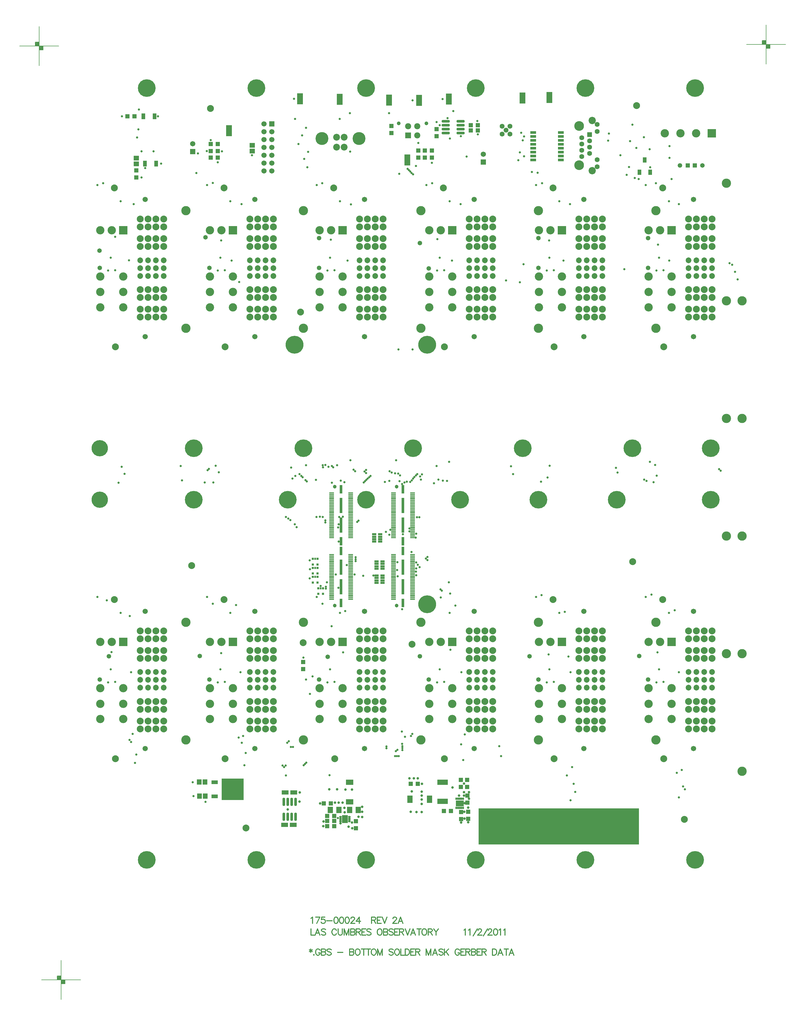
<source format=gbs>
%FSLAX23Y23*%
%MOIN*%
G70*
G01*
G75*
G04 Layer_Color=16711935*
%ADD10R,0.035X0.037*%
%ADD11R,0.035X0.037*%
%ADD12O,0.079X0.024*%
%ADD13R,0.036X0.028*%
%ADD14R,0.036X0.036*%
%ADD15R,0.050X0.050*%
%ADD16O,0.028X0.098*%
%ADD17R,0.126X0.071*%
%ADD18R,0.050X0.050*%
%ADD19C,0.010*%
%ADD20C,0.050*%
%ADD21C,0.008*%
%ADD22C,0.005*%
%ADD23C,0.012*%
%ADD24C,0.006*%
%ADD25C,0.012*%
%ADD26C,0.012*%
%ADD27C,0.079*%
%ADD28C,0.157*%
%ADD29C,0.020*%
%ADD30C,0.039*%
%ADD31C,0.220*%
%ADD32C,0.085*%
%ADD33C,0.055*%
%ADD34C,0.116*%
%ADD35R,0.055X0.055*%
%ADD36R,0.098X0.098*%
%ADD37C,0.098*%
%ADD38C,0.059*%
%ADD39C,0.080*%
%ADD40C,0.065*%
%ADD41C,0.055*%
%ADD42R,0.098X0.098*%
%ADD43R,0.059X0.059*%
%ADD44R,0.070X0.070*%
%ADD45C,0.070*%
%ADD46C,0.040*%
%ADD47C,0.110*%
%ADD48C,0.217*%
%ADD49C,0.200*%
%ADD50C,0.026*%
%ADD51C,0.050*%
%ADD52C,0.024*%
%ADD53C,0.025*%
%ADD54C,0.040*%
%ADD55C,0.076*%
%ADD56C,0.131*%
%ADD57C,0.080*%
%ADD58C,0.206*%
%ADD59C,0.102*%
%ADD60C,0.075*%
%ADD61C,0.168*%
%ADD62C,0.091*%
%ADD63C,0.138*%
%ADD64C,0.092*%
G04:AMPARAMS|DCode=65|XSize=100mil|YSize=100mil|CornerRadius=0mil|HoleSize=0mil|Usage=FLASHONLY|Rotation=0.000|XOffset=0mil|YOffset=0mil|HoleType=Round|Shape=Relief|Width=10mil|Gap=10mil|Entries=4|*
%AMTHD65*
7,0,0,0.100,0.080,0.010,45*
%
%ADD65THD65*%
%ADD66C,0.073*%
%ADD67C,0.099*%
%ADD68C,0.075*%
%ADD69C,0.168*%
%ADD70C,0.053*%
%ADD71C,0.068*%
G04:AMPARAMS|DCode=72|XSize=70mil|YSize=70mil|CornerRadius=0mil|HoleSize=0mil|Usage=FLASHONLY|Rotation=0.000|XOffset=0mil|YOffset=0mil|HoleType=Round|Shape=Relief|Width=10mil|Gap=10mil|Entries=4|*
%AMTHD72*
7,0,0,0.070,0.050,0.010,45*
%
%ADD72THD72*%
G04:AMPARAMS|DCode=73|XSize=111.181mil|YSize=111.181mil|CornerRadius=0mil|HoleSize=0mil|Usage=FLASHONLY|Rotation=0.000|XOffset=0mil|YOffset=0mil|HoleType=Round|Shape=Relief|Width=30mil|Gap=10mil|Entries=4|*
%AMTHD73*
7,0,0,0.111,0.091,0.030,45*
%
%ADD73THD73*%
G04:AMPARAMS|DCode=74|XSize=112mil|YSize=112mil|CornerRadius=0mil|HoleSize=0mil|Usage=FLASHONLY|Rotation=0.000|XOffset=0mil|YOffset=0mil|HoleType=Round|Shape=Relief|Width=30mil|Gap=10mil|Entries=4|*
%AMTHD74*
7,0,0,0.112,0.092,0.030,45*
%
%ADD74THD74*%
G04:AMPARAMS|DCode=75|XSize=119.055mil|YSize=119.055mil|CornerRadius=0mil|HoleSize=0mil|Usage=FLASHONLY|Rotation=0.000|XOffset=0mil|YOffset=0mil|HoleType=Round|Shape=Relief|Width=30mil|Gap=10mil|Entries=4|*
%AMTHD75*
7,0,0,0.119,0.099,0.030,45*
%
%ADD75THD75*%
G04:AMPARAMS|DCode=76|XSize=100mil|YSize=100mil|CornerRadius=0mil|HoleSize=0mil|Usage=FLASHONLY|Rotation=0.000|XOffset=0mil|YOffset=0mil|HoleType=Round|Shape=Relief|Width=30mil|Gap=10mil|Entries=4|*
%AMTHD76*
7,0,0,0.100,0.080,0.030,45*
%
%ADD76THD76*%
G04:AMPARAMS|DCode=77|XSize=130mil|YSize=130mil|CornerRadius=0mil|HoleSize=0mil|Usage=FLASHONLY|Rotation=0.000|XOffset=0mil|YOffset=0mil|HoleType=Round|Shape=Relief|Width=30mil|Gap=10mil|Entries=4|*
%AMTHD77*
7,0,0,0.130,0.110,0.030,45*
%
%ADD77THD77*%
G04:AMPARAMS|DCode=78|XSize=88mil|YSize=88mil|CornerRadius=0mil|HoleSize=0mil|Usage=FLASHONLY|Rotation=0.000|XOffset=0mil|YOffset=0mil|HoleType=Round|Shape=Relief|Width=30mil|Gap=10mil|Entries=4|*
%AMTHD78*
7,0,0,0.088,0.068,0.030,45*
%
%ADD78THD78*%
G04:AMPARAMS|DCode=79|XSize=70mil|YSize=70mil|CornerRadius=0mil|HoleSize=0mil|Usage=FLASHONLY|Rotation=0.000|XOffset=0mil|YOffset=0mil|HoleType=Round|Shape=Relief|Width=30mil|Gap=10mil|Entries=4|*
%AMTHD79*
7,0,0,0.070,0.050,0.030,45*
%
%ADD79THD79*%
G04:AMPARAMS|DCode=80|XSize=96.221mil|YSize=96.221mil|CornerRadius=0mil|HoleSize=0mil|Usage=FLASHONLY|Rotation=0.000|XOffset=0mil|YOffset=0mil|HoleType=Round|Shape=Relief|Width=10mil|Gap=10mil|Entries=4|*
%AMTHD80*
7,0,0,0.096,0.076,0.010,45*
%
%ADD80THD80*%
G04:AMPARAMS|DCode=81|XSize=150.551mil|YSize=150.551mil|CornerRadius=0mil|HoleSize=0mil|Usage=FLASHONLY|Rotation=0.000|XOffset=0mil|YOffset=0mil|HoleType=Round|Shape=Relief|Width=10mil|Gap=10mil|Entries=4|*
%AMTHD81*
7,0,0,0.151,0.131,0.010,45*
%
%ADD81THD81*%
G04:AMPARAMS|DCode=82|XSize=122mil|YSize=122mil|CornerRadius=0mil|HoleSize=0mil|Usage=FLASHONLY|Rotation=0.000|XOffset=0mil|YOffset=0mil|HoleType=Round|Shape=Relief|Width=10mil|Gap=10mil|Entries=4|*
%AMTHD82*
7,0,0,0.122,0.102,0.010,45*
%
%ADD82THD82*%
G04:AMPARAMS|DCode=83|XSize=95mil|YSize=95mil|CornerRadius=0mil|HoleSize=0mil|Usage=FLASHONLY|Rotation=0.000|XOffset=0mil|YOffset=0mil|HoleType=Round|Shape=Relief|Width=10mil|Gap=10mil|Entries=4|*
%AMTHD83*
7,0,0,0.095,0.075,0.010,45*
%
%ADD83THD83*%
G04:AMPARAMS|DCode=84|XSize=112mil|YSize=112mil|CornerRadius=0mil|HoleSize=0mil|Usage=FLASHONLY|Rotation=0.000|XOffset=0mil|YOffset=0mil|HoleType=Round|Shape=Relief|Width=10mil|Gap=10mil|Entries=4|*
%AMTHD84*
7,0,0,0.112,0.092,0.010,45*
%
%ADD84THD84*%
G04:AMPARAMS|DCode=85|XSize=93.465mil|YSize=93.465mil|CornerRadius=0mil|HoleSize=0mil|Usage=FLASHONLY|Rotation=0.000|XOffset=0mil|YOffset=0mil|HoleType=Round|Shape=Relief|Width=10mil|Gap=10mil|Entries=4|*
%AMTHD85*
7,0,0,0.093,0.073,0.010,45*
%
%ADD85THD85*%
G04:AMPARAMS|DCode=86|XSize=95.433mil|YSize=95.433mil|CornerRadius=0mil|HoleSize=0mil|Usage=FLASHONLY|Rotation=0.000|XOffset=0mil|YOffset=0mil|HoleType=Round|Shape=Relief|Width=10mil|Gap=10mil|Entries=4|*
%AMTHD86*
7,0,0,0.095,0.075,0.010,45*
%
%ADD86THD86*%
G04:AMPARAMS|DCode=87|XSize=72.992mil|YSize=72.992mil|CornerRadius=0mil|HoleSize=0mil|Usage=FLASHONLY|Rotation=0.000|XOffset=0mil|YOffset=0mil|HoleType=Round|Shape=Relief|Width=10mil|Gap=10mil|Entries=4|*
%AMTHD87*
7,0,0,0.073,0.053,0.010,45*
%
%ADD87THD87*%
G04:AMPARAMS|DCode=88|XSize=88mil|YSize=88mil|CornerRadius=0mil|HoleSize=0mil|Usage=FLASHONLY|Rotation=0.000|XOffset=0mil|YOffset=0mil|HoleType=Round|Shape=Relief|Width=10mil|Gap=10mil|Entries=4|*
%AMTHD88*
7,0,0,0.088,0.068,0.010,45*
%
%ADD88THD88*%
%ADD89R,0.272X0.268*%
%ADD90R,0.075X0.037*%
%ADD91R,0.025X0.100*%
%ADD92R,0.057X0.012*%
%ADD93R,0.025X0.185*%
%ADD94R,0.020X0.020*%
%ADD95R,0.016X0.020*%
%ADD96R,0.070X0.135*%
%ADD97R,0.078X0.048*%
%ADD98R,0.063X0.075*%
%ADD99R,0.045X0.017*%
%ADD100R,0.059X0.087*%
%ADD101R,0.126X0.060*%
%ADD102O,0.027X0.010*%
%ADD103R,0.065X0.094*%
%ADD104O,0.010X0.024*%
%ADD105R,0.094X0.065*%
%ADD106R,0.039X0.059*%
%ADD107R,0.040X0.067*%
%ADD108R,0.059X0.051*%
%ADD109R,0.070X0.025*%
%ADD110O,0.098X0.028*%
%ADD111R,0.051X0.059*%
%ADD112R,0.087X0.059*%
%ADD113C,0.020*%
%ADD114C,0.030*%
%ADD115C,0.010*%
%ADD116C,0.010*%
%ADD117C,0.008*%
%ADD118C,0.007*%
%ADD119R,0.384X0.322*%
%ADD120R,0.043X0.045*%
%ADD121R,0.043X0.045*%
%ADD122O,0.087X0.032*%
%ADD123R,0.044X0.036*%
%ADD124R,0.044X0.044*%
%ADD125R,0.058X0.058*%
%ADD126O,0.036X0.106*%
%ADD127R,0.134X0.079*%
%ADD128R,0.058X0.058*%
%ADD129C,0.087*%
%ADD130C,0.165*%
%ADD131C,0.028*%
%ADD132C,0.047*%
%ADD133C,0.228*%
%ADD134C,0.093*%
%ADD135C,0.063*%
%ADD136C,0.124*%
%ADD137R,0.063X0.063*%
%ADD138R,0.106X0.106*%
%ADD139C,0.106*%
%ADD140C,0.067*%
%ADD141C,0.088*%
%ADD142C,0.073*%
%ADD143C,0.063*%
%ADD144R,0.106X0.106*%
%ADD145R,0.067X0.067*%
%ADD146R,0.078X0.078*%
%ADD147C,0.078*%
%ADD148C,0.048*%
%ADD149C,0.118*%
%ADD150C,0.225*%
%ADD151C,0.208*%
%ADD152C,0.058*%
%ADD153C,0.032*%
%ADD154R,2.051X0.460*%
%ADD155R,0.280X0.276*%
%ADD156R,0.083X0.045*%
%ADD157R,0.033X0.108*%
%ADD158R,0.061X0.016*%
%ADD159R,0.033X0.193*%
%ADD160R,0.028X0.028*%
%ADD161R,0.024X0.028*%
%ADD162R,0.078X0.143*%
%ADD163R,0.086X0.056*%
%ADD164R,0.071X0.083*%
%ADD165R,0.053X0.025*%
%ADD166R,0.067X0.095*%
%ADD167R,0.134X0.068*%
%ADD168O,0.035X0.018*%
%ADD169R,0.073X0.102*%
%ADD170O,0.018X0.032*%
%ADD171R,0.102X0.073*%
%ADD172R,0.047X0.067*%
%ADD173R,0.048X0.075*%
%ADD174R,0.067X0.059*%
%ADD175R,0.078X0.033*%
%ADD176O,0.106X0.036*%
%ADD177R,0.059X0.067*%
%ADD178R,0.095X0.067*%
%ADD179C,0.034*%
D21*
X28695Y16570D02*
X29195D01*
X28945Y16320D02*
Y16820D01*
X28995Y16520D02*
Y16570D01*
X28945Y16520D02*
X28995D01*
X28895Y16570D02*
Y16620D01*
X28945D01*
X28900Y16575D02*
X28940D01*
X28900D02*
Y16615D01*
X28940D01*
Y16575D02*
Y16615D01*
X28905Y16580D02*
X28935D01*
X28905D02*
Y16610D01*
X28935D01*
Y16585D02*
Y16610D01*
X28910Y16585D02*
X28930D01*
X28910D02*
Y16605D01*
X28930D01*
Y16590D02*
Y16605D01*
X28915Y16590D02*
X28925D01*
X28915D02*
Y16600D01*
X28925D01*
Y16590D02*
Y16600D01*
X28915Y16595D02*
X28925D01*
X28950Y16525D02*
X28990D01*
X28950D02*
Y16565D01*
X28990D01*
Y16525D02*
Y16565D01*
X28955Y16530D02*
X28985D01*
X28955D02*
Y16560D01*
X28985D01*
Y16535D02*
Y16560D01*
X28960Y16535D02*
X28980D01*
X28960D02*
Y16555D01*
X28980D01*
Y16540D02*
Y16555D01*
X28965Y16540D02*
X28975D01*
X28965D02*
Y16550D01*
X28975D01*
Y16540D02*
Y16550D01*
X28965Y16545D02*
X28975D01*
X28415Y28480D02*
X28915D01*
X28665Y28230D02*
Y28730D01*
X28715Y28430D02*
Y28480D01*
X28665Y28430D02*
X28715D01*
X28615Y28480D02*
Y28530D01*
X28665D01*
X28620Y28485D02*
X28660D01*
X28620D02*
Y28525D01*
X28660D01*
Y28485D02*
Y28525D01*
X28625Y28490D02*
X28655D01*
X28625D02*
Y28520D01*
X28655D01*
Y28495D02*
Y28520D01*
X28630Y28495D02*
X28650D01*
X28630D02*
Y28515D01*
X28650D01*
Y28500D02*
Y28515D01*
X28635Y28500D02*
X28645D01*
X28635D02*
Y28510D01*
X28645D01*
Y28500D02*
Y28510D01*
X28635Y28505D02*
X28645D01*
X28670Y28435D02*
X28710D01*
X28670D02*
Y28475D01*
X28710D01*
Y28435D02*
Y28475D01*
X28675Y28440D02*
X28705D01*
X28675D02*
Y28470D01*
X28705D01*
Y28445D02*
Y28470D01*
X28680Y28445D02*
X28700D01*
X28680D02*
Y28465D01*
X28700D01*
Y28450D02*
Y28465D01*
X28685Y28450D02*
X28695D01*
X28685D02*
Y28460D01*
X28695D01*
Y28450D02*
Y28460D01*
X28685Y28455D02*
X28695D01*
X37695Y28500D02*
X38195D01*
X37945Y28250D02*
Y28750D01*
X37995Y28450D02*
Y28500D01*
X37945Y28450D02*
X37995D01*
X37895Y28500D02*
Y28550D01*
X37945D01*
X37900Y28505D02*
X37940D01*
X37900D02*
Y28545D01*
X37940D01*
Y28505D02*
Y28545D01*
X37905Y28510D02*
X37935D01*
X37905D02*
Y28540D01*
X37935D01*
Y28515D02*
Y28540D01*
X37910Y28515D02*
X37930D01*
X37910D02*
Y28535D01*
X37930D01*
Y28520D02*
Y28535D01*
X37915Y28520D02*
X37925D01*
X37915D02*
Y28530D01*
X37925D01*
Y28520D02*
Y28530D01*
X37915Y28525D02*
X37925D01*
X37950Y28455D02*
X37990D01*
X37950D02*
Y28495D01*
X37990D01*
Y28455D02*
Y28495D01*
X37955Y28460D02*
X37985D01*
X37955D02*
Y28490D01*
X37985D01*
Y28465D02*
Y28490D01*
X37960Y28465D02*
X37980D01*
X37960D02*
Y28485D01*
X37980D01*
Y28470D02*
Y28485D01*
X37965Y28470D02*
X37975D01*
X37965D02*
Y28480D01*
X37975D01*
Y28470D02*
Y28480D01*
X37965Y28475D02*
X37975D01*
D23*
X32136Y17353D02*
X32144Y17357D01*
X32155Y17369D01*
Y17289D01*
X32248Y17369D02*
X32210Y17289D01*
X32195Y17369D02*
X32248D01*
X32312D02*
X32274D01*
X32270Y17334D01*
X32274Y17338D01*
X32285Y17342D01*
X32296D01*
X32308Y17338D01*
X32315Y17330D01*
X32319Y17319D01*
Y17311D01*
X32315Y17300D01*
X32308Y17292D01*
X32296Y17289D01*
X32285D01*
X32274Y17292D01*
X32270Y17296D01*
X32266Y17304D01*
X32337Y17323D02*
X32406D01*
X32452Y17369D02*
X32441Y17365D01*
X32433Y17353D01*
X32429Y17334D01*
Y17323D01*
X32433Y17304D01*
X32441Y17292D01*
X32452Y17289D01*
X32460D01*
X32471Y17292D01*
X32479Y17304D01*
X32483Y17323D01*
Y17334D01*
X32479Y17353D01*
X32471Y17365D01*
X32460Y17369D01*
X32452D01*
X32523D02*
X32512Y17365D01*
X32504Y17353D01*
X32501Y17334D01*
Y17323D01*
X32504Y17304D01*
X32512Y17292D01*
X32523Y17289D01*
X32531D01*
X32542Y17292D01*
X32550Y17304D01*
X32554Y17323D01*
Y17334D01*
X32550Y17353D01*
X32542Y17365D01*
X32531Y17369D01*
X32523D01*
X32595D02*
X32583Y17365D01*
X32576Y17353D01*
X32572Y17334D01*
Y17323D01*
X32576Y17304D01*
X32583Y17292D01*
X32595Y17289D01*
X32602D01*
X32614Y17292D01*
X32621Y17304D01*
X32625Y17323D01*
Y17334D01*
X32621Y17353D01*
X32614Y17365D01*
X32602Y17369D01*
X32595D01*
X32647Y17350D02*
Y17353D01*
X32651Y17361D01*
X32654Y17365D01*
X32662Y17369D01*
X32677D01*
X32685Y17365D01*
X32689Y17361D01*
X32692Y17353D01*
Y17346D01*
X32689Y17338D01*
X32681Y17327D01*
X32643Y17289D01*
X32696D01*
X32752Y17369D02*
X32714Y17315D01*
X32771D01*
X32752Y17369D02*
Y17289D01*
X32911Y17369D02*
Y17289D01*
Y17369D02*
X32945D01*
X32957Y17365D01*
X32961Y17361D01*
X32964Y17353D01*
Y17346D01*
X32961Y17338D01*
X32957Y17334D01*
X32945Y17330D01*
X32911D01*
X32938D02*
X32964Y17289D01*
X33032Y17369D02*
X32982D01*
Y17289D01*
X33032D01*
X32982Y17330D02*
X33013D01*
X33045Y17369D02*
X33076Y17289D01*
X33106Y17369D02*
X33076Y17289D01*
X33183Y17350D02*
Y17353D01*
X33187Y17361D01*
X33191Y17365D01*
X33198Y17369D01*
X33214D01*
X33221Y17365D01*
X33225Y17361D01*
X33229Y17353D01*
Y17346D01*
X33225Y17338D01*
X33217Y17327D01*
X33179Y17289D01*
X33233D01*
X33311D02*
X33281Y17369D01*
X33250Y17289D01*
X33262Y17315D02*
X33300D01*
D25*
X32134Y16963D02*
Y16917D01*
X32115Y16952D02*
X32153Y16929D01*
Y16952D02*
X32115Y16929D01*
X32173Y16891D02*
X32169Y16887D01*
X32173Y16883D01*
X32177Y16887D01*
X32173Y16891D01*
X32252Y16944D02*
X32248Y16952D01*
X32240Y16959D01*
X32233Y16963D01*
X32217D01*
X32210Y16959D01*
X32202Y16952D01*
X32198Y16944D01*
X32195Y16933D01*
Y16913D01*
X32198Y16902D01*
X32202Y16894D01*
X32210Y16887D01*
X32217Y16883D01*
X32233D01*
X32240Y16887D01*
X32248Y16894D01*
X32252Y16902D01*
Y16913D01*
X32233D02*
X32252D01*
X32270Y16963D02*
Y16883D01*
Y16963D02*
X32304D01*
X32316Y16959D01*
X32320Y16955D01*
X32323Y16948D01*
Y16940D01*
X32320Y16933D01*
X32316Y16929D01*
X32304Y16925D01*
X32270D02*
X32304D01*
X32316Y16921D01*
X32320Y16917D01*
X32323Y16910D01*
Y16898D01*
X32320Y16891D01*
X32316Y16887D01*
X32304Y16883D01*
X32270D01*
X32395Y16952D02*
X32387Y16959D01*
X32376Y16963D01*
X32360D01*
X32349Y16959D01*
X32341Y16952D01*
Y16944D01*
X32345Y16936D01*
X32349Y16933D01*
X32356Y16929D01*
X32379Y16921D01*
X32387Y16917D01*
X32391Y16913D01*
X32395Y16906D01*
Y16894D01*
X32387Y16887D01*
X32376Y16883D01*
X32360D01*
X32349Y16887D01*
X32341Y16894D01*
X32475Y16917D02*
X32544D01*
X32630Y16963D02*
Y16883D01*
Y16963D02*
X32665D01*
X32676Y16959D01*
X32680Y16955D01*
X32684Y16948D01*
Y16940D01*
X32680Y16933D01*
X32676Y16929D01*
X32665Y16925D01*
X32630D02*
X32665D01*
X32676Y16921D01*
X32680Y16917D01*
X32684Y16910D01*
Y16898D01*
X32680Y16891D01*
X32676Y16887D01*
X32665Y16883D01*
X32630D01*
X32724Y16963D02*
X32717Y16959D01*
X32709Y16952D01*
X32705Y16944D01*
X32702Y16933D01*
Y16913D01*
X32705Y16902D01*
X32709Y16894D01*
X32717Y16887D01*
X32724Y16883D01*
X32740D01*
X32747Y16887D01*
X32755Y16894D01*
X32759Y16902D01*
X32762Y16913D01*
Y16933D01*
X32759Y16944D01*
X32755Y16952D01*
X32747Y16959D01*
X32740Y16963D01*
X32724D01*
X32808D02*
Y16883D01*
X32781Y16963D02*
X32834D01*
X32871D02*
Y16883D01*
X32844Y16963D02*
X32897D01*
X32930D02*
X32922Y16959D01*
X32914Y16952D01*
X32911Y16944D01*
X32907Y16933D01*
Y16913D01*
X32911Y16902D01*
X32914Y16894D01*
X32922Y16887D01*
X32930Y16883D01*
X32945D01*
X32953Y16887D01*
X32960Y16894D01*
X32964Y16902D01*
X32968Y16913D01*
Y16933D01*
X32964Y16944D01*
X32960Y16952D01*
X32953Y16959D01*
X32945Y16963D01*
X32930D01*
X32986D02*
Y16883D01*
Y16963D02*
X33017Y16883D01*
X33047Y16963D02*
X33017Y16883D01*
X33047Y16963D02*
Y16883D01*
X33186Y16952D02*
X33179Y16959D01*
X33167Y16963D01*
X33152D01*
X33141Y16959D01*
X33133Y16952D01*
Y16944D01*
X33137Y16936D01*
X33141Y16933D01*
X33148Y16929D01*
X33171Y16921D01*
X33179Y16917D01*
X33183Y16913D01*
X33186Y16906D01*
Y16894D01*
X33179Y16887D01*
X33167Y16883D01*
X33152D01*
X33141Y16887D01*
X33133Y16894D01*
X33227Y16963D02*
X33220Y16959D01*
X33212Y16952D01*
X33208Y16944D01*
X33204Y16933D01*
Y16913D01*
X33208Y16902D01*
X33212Y16894D01*
X33220Y16887D01*
X33227Y16883D01*
X33242D01*
X33250Y16887D01*
X33258Y16894D01*
X33261Y16902D01*
X33265Y16913D01*
Y16933D01*
X33261Y16944D01*
X33258Y16952D01*
X33250Y16959D01*
X33242Y16963D01*
X33227D01*
X33284D02*
Y16883D01*
X33330D01*
X33338Y16963D02*
Y16883D01*
Y16963D02*
X33365D01*
X33376Y16959D01*
X33384Y16952D01*
X33388Y16944D01*
X33392Y16933D01*
Y16913D01*
X33388Y16902D01*
X33384Y16894D01*
X33376Y16887D01*
X33365Y16883D01*
X33338D01*
X33459Y16963D02*
X33410D01*
Y16883D01*
X33459D01*
X33410Y16925D02*
X33440D01*
X33472Y16963D02*
Y16883D01*
Y16963D02*
X33507D01*
X33518Y16959D01*
X33522Y16955D01*
X33526Y16948D01*
Y16940D01*
X33522Y16933D01*
X33518Y16929D01*
X33507Y16925D01*
X33472D01*
X33499D02*
X33526Y16883D01*
X33606Y16963D02*
Y16883D01*
Y16963D02*
X33637Y16883D01*
X33667Y16963D02*
X33637Y16883D01*
X33667Y16963D02*
Y16883D01*
X33751D02*
X33721Y16963D01*
X33690Y16883D01*
X33702Y16910D02*
X33740D01*
X33823Y16952D02*
X33816Y16959D01*
X33804Y16963D01*
X33789D01*
X33778Y16959D01*
X33770Y16952D01*
Y16944D01*
X33774Y16936D01*
X33778Y16933D01*
X33785Y16929D01*
X33808Y16921D01*
X33816Y16917D01*
X33819Y16913D01*
X33823Y16906D01*
Y16894D01*
X33816Y16887D01*
X33804Y16883D01*
X33789D01*
X33778Y16887D01*
X33770Y16894D01*
X33841Y16963D02*
Y16883D01*
X33894Y16963D02*
X33841Y16910D01*
X33860Y16929D02*
X33894Y16883D01*
X34032Y16944D02*
X34028Y16952D01*
X34021Y16959D01*
X34013Y16963D01*
X33998D01*
X33990Y16959D01*
X33983Y16952D01*
X33979Y16944D01*
X33975Y16933D01*
Y16913D01*
X33979Y16902D01*
X33983Y16894D01*
X33990Y16887D01*
X33998Y16883D01*
X34013D01*
X34021Y16887D01*
X34028Y16894D01*
X34032Y16902D01*
Y16913D01*
X34013D02*
X34032D01*
X34100Y16963D02*
X34051D01*
Y16883D01*
X34100D01*
X34051Y16925D02*
X34081D01*
X34113Y16963D02*
Y16883D01*
Y16963D02*
X34148D01*
X34159Y16959D01*
X34163Y16955D01*
X34167Y16948D01*
Y16940D01*
X34163Y16933D01*
X34159Y16929D01*
X34148Y16925D01*
X34113D01*
X34140D02*
X34167Y16883D01*
X34185Y16963D02*
Y16883D01*
Y16963D02*
X34219D01*
X34230Y16959D01*
X34234Y16955D01*
X34238Y16948D01*
Y16940D01*
X34234Y16933D01*
X34230Y16929D01*
X34219Y16925D01*
X34185D02*
X34219D01*
X34230Y16921D01*
X34234Y16917D01*
X34238Y16910D01*
Y16898D01*
X34234Y16891D01*
X34230Y16887D01*
X34219Y16883D01*
X34185D01*
X34305Y16963D02*
X34256D01*
Y16883D01*
X34305D01*
X34256Y16925D02*
X34286D01*
X34319Y16963D02*
Y16883D01*
Y16963D02*
X34353D01*
X34364Y16959D01*
X34368Y16955D01*
X34372Y16948D01*
Y16940D01*
X34368Y16933D01*
X34364Y16929D01*
X34353Y16925D01*
X34319D01*
X34345D02*
X34372Y16883D01*
X34453Y16963D02*
Y16883D01*
Y16963D02*
X34479D01*
X34491Y16959D01*
X34498Y16952D01*
X34502Y16944D01*
X34506Y16933D01*
Y16913D01*
X34502Y16902D01*
X34498Y16894D01*
X34491Y16887D01*
X34479Y16883D01*
X34453D01*
X34585D02*
X34554Y16963D01*
X34524Y16883D01*
X34535Y16910D02*
X34574D01*
X34630Y16963D02*
Y16883D01*
X34604Y16963D02*
X34657D01*
X34727Y16883D02*
X34697Y16963D01*
X34666Y16883D01*
X34678Y16910D02*
X34716D01*
D26*
X32136Y17219D02*
Y17139D01*
X32182D01*
X32251D02*
X32221Y17219D01*
X32190Y17139D01*
X32202Y17165D02*
X32240D01*
X32323Y17207D02*
X32316Y17215D01*
X32304Y17219D01*
X32289D01*
X32278Y17215D01*
X32270Y17207D01*
Y17200D01*
X32274Y17192D01*
X32278Y17188D01*
X32285Y17184D01*
X32308Y17177D01*
X32316Y17173D01*
X32320Y17169D01*
X32323Y17161D01*
Y17150D01*
X32316Y17142D01*
X32304Y17139D01*
X32289D01*
X32278Y17142D01*
X32270Y17150D01*
X32461Y17200D02*
X32457Y17207D01*
X32450Y17215D01*
X32442Y17219D01*
X32427D01*
X32419Y17215D01*
X32412Y17207D01*
X32408Y17200D01*
X32404Y17188D01*
Y17169D01*
X32408Y17158D01*
X32412Y17150D01*
X32419Y17142D01*
X32427Y17139D01*
X32442D01*
X32450Y17142D01*
X32457Y17150D01*
X32461Y17158D01*
X32484Y17219D02*
Y17161D01*
X32488Y17150D01*
X32495Y17142D01*
X32507Y17139D01*
X32514D01*
X32526Y17142D01*
X32533Y17150D01*
X32537Y17161D01*
Y17219D01*
X32559D02*
Y17139D01*
Y17219D02*
X32590Y17139D01*
X32620Y17219D02*
X32590Y17139D01*
X32620Y17219D02*
Y17139D01*
X32643Y17219D02*
Y17139D01*
Y17219D02*
X32677D01*
X32689Y17215D01*
X32692Y17211D01*
X32696Y17203D01*
Y17196D01*
X32692Y17188D01*
X32689Y17184D01*
X32677Y17180D01*
X32643D02*
X32677D01*
X32689Y17177D01*
X32692Y17173D01*
X32696Y17165D01*
Y17154D01*
X32692Y17146D01*
X32689Y17142D01*
X32677Y17139D01*
X32643D01*
X32714Y17219D02*
Y17139D01*
Y17219D02*
X32748D01*
X32760Y17215D01*
X32764Y17211D01*
X32768Y17203D01*
Y17196D01*
X32764Y17188D01*
X32760Y17184D01*
X32748Y17180D01*
X32714D01*
X32741D02*
X32768Y17139D01*
X32835Y17219D02*
X32785D01*
Y17139D01*
X32835D01*
X32785Y17180D02*
X32816D01*
X32902Y17207D02*
X32894Y17215D01*
X32883Y17219D01*
X32867D01*
X32856Y17215D01*
X32848Y17207D01*
Y17200D01*
X32852Y17192D01*
X32856Y17188D01*
X32863Y17184D01*
X32886Y17177D01*
X32894Y17173D01*
X32898Y17169D01*
X32902Y17161D01*
Y17150D01*
X32894Y17142D01*
X32883Y17139D01*
X32867D01*
X32856Y17142D01*
X32848Y17150D01*
X33005Y17219D02*
X32998Y17215D01*
X32990Y17207D01*
X32986Y17200D01*
X32982Y17188D01*
Y17169D01*
X32986Y17158D01*
X32990Y17150D01*
X32998Y17142D01*
X33005Y17139D01*
X33020D01*
X33028Y17142D01*
X33036Y17150D01*
X33039Y17158D01*
X33043Y17169D01*
Y17188D01*
X33039Y17200D01*
X33036Y17207D01*
X33028Y17215D01*
X33020Y17219D01*
X33005D01*
X33062D02*
Y17139D01*
Y17219D02*
X33096D01*
X33108Y17215D01*
X33111Y17211D01*
X33115Y17203D01*
Y17196D01*
X33111Y17188D01*
X33108Y17184D01*
X33096Y17180D01*
X33062D02*
X33096D01*
X33108Y17177D01*
X33111Y17173D01*
X33115Y17165D01*
Y17154D01*
X33111Y17146D01*
X33108Y17142D01*
X33096Y17139D01*
X33062D01*
X33186Y17207D02*
X33179Y17215D01*
X33167Y17219D01*
X33152D01*
X33141Y17215D01*
X33133Y17207D01*
Y17200D01*
X33137Y17192D01*
X33141Y17188D01*
X33148Y17184D01*
X33171Y17177D01*
X33179Y17173D01*
X33183Y17169D01*
X33186Y17161D01*
Y17150D01*
X33179Y17142D01*
X33167Y17139D01*
X33152D01*
X33141Y17142D01*
X33133Y17150D01*
X33254Y17219D02*
X33204D01*
Y17139D01*
X33254D01*
X33204Y17180D02*
X33235D01*
X33267Y17219D02*
Y17139D01*
Y17219D02*
X33301D01*
X33313Y17215D01*
X33317Y17211D01*
X33321Y17203D01*
Y17196D01*
X33317Y17188D01*
X33313Y17184D01*
X33301Y17180D01*
X33267D01*
X33294D02*
X33321Y17139D01*
X33338Y17219D02*
X33369Y17139D01*
X33399Y17219D02*
X33369Y17139D01*
X33471D02*
X33440Y17219D01*
X33410Y17139D01*
X33421Y17165D02*
X33459D01*
X33516Y17219D02*
Y17139D01*
X33489Y17219D02*
X33543D01*
X33575D02*
X33567Y17215D01*
X33560Y17207D01*
X33556Y17200D01*
X33552Y17188D01*
Y17169D01*
X33556Y17158D01*
X33560Y17150D01*
X33567Y17142D01*
X33575Y17139D01*
X33590D01*
X33598Y17142D01*
X33605Y17150D01*
X33609Y17158D01*
X33613Y17169D01*
Y17188D01*
X33609Y17200D01*
X33605Y17207D01*
X33598Y17215D01*
X33590Y17219D01*
X33575D01*
X33632D02*
Y17139D01*
Y17219D02*
X33666D01*
X33677Y17215D01*
X33681Y17211D01*
X33685Y17203D01*
Y17196D01*
X33681Y17188D01*
X33677Y17184D01*
X33666Y17180D01*
X33632D01*
X33658D02*
X33685Y17139D01*
X33703Y17219D02*
X33733Y17180D01*
Y17139D01*
X33764Y17219D02*
X33733Y17180D01*
X34088Y17203D02*
X34096Y17207D01*
X34107Y17219D01*
Y17139D01*
X34147Y17203D02*
X34155Y17207D01*
X34166Y17219D01*
Y17139D01*
X34206Y17127D02*
X34259Y17219D01*
X34268Y17200D02*
Y17203D01*
X34272Y17211D01*
X34276Y17215D01*
X34283Y17219D01*
X34299D01*
X34306Y17215D01*
X34310Y17211D01*
X34314Y17203D01*
Y17196D01*
X34310Y17188D01*
X34302Y17177D01*
X34264Y17139D01*
X34318D01*
X34336Y17127D02*
X34389Y17219D01*
X34398Y17200D02*
Y17203D01*
X34402Y17211D01*
X34406Y17215D01*
X34413Y17219D01*
X34428D01*
X34436Y17215D01*
X34440Y17211D01*
X34444Y17203D01*
Y17196D01*
X34440Y17188D01*
X34432Y17177D01*
X34394Y17139D01*
X34448D01*
X34488Y17219D02*
X34477Y17215D01*
X34469Y17203D01*
X34465Y17184D01*
Y17173D01*
X34469Y17154D01*
X34477Y17142D01*
X34488Y17139D01*
X34496D01*
X34507Y17142D01*
X34515Y17154D01*
X34519Y17173D01*
Y17184D01*
X34515Y17203D01*
X34507Y17215D01*
X34496Y17219D01*
X34488D01*
X34537Y17203D02*
X34544Y17207D01*
X34556Y17219D01*
Y17139D01*
X34595Y17203D02*
X34603Y17207D01*
X34614Y17219D01*
Y17139D01*
D125*
X33164Y27458D02*
D03*
Y27368D02*
D03*
X33738Y27420D02*
D03*
Y27330D02*
D03*
X33590Y27144D02*
D03*
Y27054D02*
D03*
X33680D02*
D03*
Y27144D02*
D03*
X33505Y27054D02*
D03*
Y27144D02*
D03*
X32708Y18501D02*
D03*
Y18591D02*
D03*
X34134Y18828D02*
D03*
Y18918D02*
D03*
X34144Y18623D02*
D03*
Y18713D02*
D03*
X34054Y18708D02*
D03*
Y18618D02*
D03*
X34129Y19118D02*
D03*
Y19028D02*
D03*
X34049Y19118D02*
D03*
Y19028D02*
D03*
X29907Y26893D02*
D03*
Y26803D02*
D03*
X32037Y20533D02*
D03*
Y20623D02*
D03*
D126*
X31790Y18840D02*
D03*
X31840D02*
D03*
X31890D02*
D03*
X31940D02*
D03*
X31790Y18647D02*
D03*
X31840D02*
D03*
X31890D02*
D03*
X31940D02*
D03*
D128*
X34176Y27403D02*
D03*
X34266D02*
D03*
X34267Y27468D02*
D03*
X34177D02*
D03*
X30856Y27140D02*
D03*
X30946D02*
D03*
Y27055D02*
D03*
X30856D02*
D03*
X30946Y27230D02*
D03*
X30856D02*
D03*
X32344Y18594D02*
D03*
X32434D02*
D03*
X32299Y18819D02*
D03*
X32389D02*
D03*
X32434Y18659D02*
D03*
X32344D02*
D03*
X32434Y18529D02*
D03*
X32344D02*
D03*
X33499Y19068D02*
D03*
X33409D02*
D03*
X33834Y18723D02*
D03*
X33924D02*
D03*
X29883Y27582D02*
D03*
X29793D02*
D03*
X37037Y26956D02*
D03*
X36947D02*
D03*
D129*
X32561Y27190D02*
D03*
X32463D02*
D03*
Y27316D02*
D03*
X32561D02*
D03*
D130*
X32275Y27297D02*
D03*
X32749D02*
D03*
D131*
X31216Y18921D02*
D03*
Y18980D02*
D03*
Y19039D02*
D03*
Y19098D02*
D03*
X31157Y19079D02*
D03*
Y19020D02*
D03*
Y18961D02*
D03*
Y18902D02*
D03*
X31098Y18921D02*
D03*
Y18980D02*
D03*
Y19039D02*
D03*
Y19098D02*
D03*
X31039Y19079D02*
D03*
Y19020D02*
D03*
Y18961D02*
D03*
Y18902D02*
D03*
X30990Y20735D02*
D03*
X32545Y20745D02*
D03*
X33915Y20780D02*
D03*
X35170Y20720D02*
D03*
X36560Y20745D02*
D03*
X36565Y25945D02*
D03*
X35175Y26000D02*
D03*
X33750Y26015D02*
D03*
X32390Y26010D02*
D03*
X30990Y26000D02*
D03*
X29635Y26045D02*
D03*
X29590Y20747D02*
D03*
X32038Y20679D02*
D03*
X29974Y27136D02*
D03*
X30125D02*
D03*
X29932Y27414D02*
D03*
X29940Y27668D02*
D03*
X29915Y27313D02*
D03*
X30019Y26922D02*
D03*
X30807Y27139D02*
D03*
X30857Y27280D02*
D03*
X30999Y27136D02*
D03*
X30693Y27108D02*
D03*
X30945Y26995D02*
D03*
X33506Y27243D02*
D03*
X33139Y23054D02*
D03*
X33210Y23028D02*
D03*
X33167Y23038D02*
D03*
X37366Y23063D02*
D03*
X31990Y23018D02*
D03*
X36051Y23037D02*
D03*
X32014Y22994D02*
D03*
X34716Y23019D02*
D03*
X32031Y22977D02*
D03*
X32840Y23072D02*
D03*
X32820Y23052D02*
D03*
X32840Y23032D02*
D03*
X32205Y22472D02*
D03*
X32248Y22474D02*
D03*
X32287Y22471D02*
D03*
X32542Y22476D02*
D03*
X33519Y22468D02*
D03*
X35073Y22921D02*
D03*
X33707Y22903D02*
D03*
X33404Y22920D02*
D03*
X33423Y22940D02*
D03*
X33439Y22961D02*
D03*
X33455Y22982D02*
D03*
X33475Y23001D02*
D03*
X33494Y23018D02*
D03*
X33328Y22911D02*
D03*
X33081Y22920D02*
D03*
X32402Y22907D02*
D03*
X31936Y22994D02*
D03*
X30778Y22913D02*
D03*
X32470Y23131D02*
D03*
X32288Y23106D02*
D03*
X32285Y23133D02*
D03*
X32318Y23134D02*
D03*
X32072Y23132D02*
D03*
X30919Y23125D02*
D03*
X29718Y23113D02*
D03*
X33137Y22931D02*
D03*
X33361Y22922D02*
D03*
X33873Y22933D02*
D03*
X33821Y22936D02*
D03*
X33094Y22282D02*
D03*
X33133Y27623D02*
D03*
X32633D02*
D03*
X32502Y27547D02*
D03*
X31933D02*
D03*
X34803Y25465D02*
D03*
X34850Y25695D02*
D03*
X31919Y27806D02*
D03*
X33815Y27801D02*
D03*
X33433Y27784D02*
D03*
X34627Y25488D02*
D03*
X37582Y25503D02*
D03*
X37549Y25597D02*
D03*
X37513Y25689D02*
D03*
X37479Y25709D02*
D03*
X31220Y25470D02*
D03*
X32122Y20216D02*
D03*
X32157Y20439D02*
D03*
X32073Y20399D02*
D03*
X32400Y21079D02*
D03*
X36807Y19210D02*
D03*
X36834Y18895D02*
D03*
Y20492D02*
D03*
X36868Y19245D02*
D03*
X36885Y19036D02*
D03*
X36908Y18999D02*
D03*
X35404Y19175D02*
D03*
X35423Y20691D02*
D03*
X35448Y18858D02*
D03*
X35451Y20491D02*
D03*
X35468Y19281D02*
D03*
X35489Y19069D02*
D03*
X35509Y18966D02*
D03*
X34054Y19572D02*
D03*
X34080Y19372D02*
D03*
X34056Y20492D02*
D03*
X34099Y19697D02*
D03*
X34564Y19422D02*
D03*
X34538Y19548D02*
D03*
X33296Y19735D02*
D03*
X33336Y19668D02*
D03*
X33301Y19579D02*
D03*
X33302Y19548D02*
D03*
Y19524D02*
D03*
Y19500D02*
D03*
X33208Y19421D02*
D03*
X31874Y22433D02*
D03*
X31814Y19302D02*
D03*
X31817Y22473D02*
D03*
X31774Y19302D02*
D03*
X32042Y19304D02*
D03*
X32059Y19321D02*
D03*
X32076Y19338D02*
D03*
X33256Y19421D02*
D03*
X33232D02*
D03*
X31212Y19657D02*
D03*
X31252Y19592D02*
D03*
X31235Y20491D02*
D03*
X31271Y19680D02*
D03*
X31287Y19304D02*
D03*
X31304Y19462D02*
D03*
X29821Y19629D02*
D03*
X29841Y19602D02*
D03*
X29840Y20492D02*
D03*
X29861Y19705D02*
D03*
X29888Y19334D02*
D03*
X29905Y19442D02*
D03*
X33101Y19545D02*
D03*
Y19521D02*
D03*
X31907Y19539D02*
D03*
X31879D02*
D03*
X32483Y22340D02*
D03*
X31952Y22341D02*
D03*
X31852Y19611D02*
D03*
X31928Y22379D02*
D03*
X32489D02*
D03*
X31832Y19591D02*
D03*
X31846Y22452D02*
D03*
X31794Y19282D02*
D03*
X32373Y19178D02*
D03*
X33221Y19484D02*
D03*
X33238Y19501D02*
D03*
X33414Y19680D02*
D03*
X33429Y19705D02*
D03*
X33498Y21861D02*
D03*
X32593Y21860D02*
D03*
X32452Y21737D02*
D03*
X32694Y21740D02*
D03*
X32934Y21725D02*
D03*
X32802Y21721D02*
D03*
X29678Y22907D02*
D03*
X29813Y25744D02*
D03*
X29757Y23023D02*
D03*
X30474Y23123D02*
D03*
X30491Y22939D02*
D03*
X32082Y22926D02*
D03*
X32895Y22996D02*
D03*
X30888Y22912D02*
D03*
X31122Y25741D02*
D03*
X30961Y23042D02*
D03*
X31882Y23103D02*
D03*
X31898Y22962D02*
D03*
X32065Y22943D02*
D03*
X32878Y22979D02*
D03*
X32200Y22946D02*
D03*
X32602Y25743D02*
D03*
X32515Y22934D02*
D03*
X33250Y23024D02*
D03*
X33274Y23002D02*
D03*
X32861Y22962D02*
D03*
X33739Y23123D02*
D03*
X33937Y25742D02*
D03*
X33763Y22950D02*
D03*
X34689Y23118D02*
D03*
X32844Y22945D02*
D03*
X35155Y22974D02*
D03*
X35183Y23124D02*
D03*
X32404Y23123D02*
D03*
X33528Y22988D02*
D03*
X35359Y25743D02*
D03*
X36028Y23099D02*
D03*
X32827Y22928D02*
D03*
X36508Y22914D02*
D03*
X36530Y23135D02*
D03*
X36549Y23000D02*
D03*
X36709Y25742D02*
D03*
X37345Y23081D02*
D03*
X32359Y23111D02*
D03*
X32421Y23106D02*
D03*
X32810Y22911D02*
D03*
X33540Y22950D02*
D03*
X33552Y23014D02*
D03*
X29723Y27582D02*
D03*
X29972Y26803D02*
D03*
X33680Y26989D02*
D03*
X31815Y19176D02*
D03*
X32118Y21688D02*
D03*
X32123Y21805D02*
D03*
X32119Y21920D02*
D03*
X32260Y21591D02*
D03*
X32481Y18631D02*
D03*
X35180Y25779D02*
D03*
X35145Y25614D02*
D03*
X35235Y25619D02*
D03*
X35010Y26704D02*
D03*
X35305Y26499D02*
D03*
X29580Y25779D02*
D03*
X29545Y25614D02*
D03*
X29635Y25619D02*
D03*
X29410Y26704D02*
D03*
X29705Y26499D02*
D03*
X30980Y25779D02*
D03*
X30945Y25614D02*
D03*
X31035Y25619D02*
D03*
X30810Y26704D02*
D03*
X31105Y26499D02*
D03*
X32380Y25779D02*
D03*
X32345Y25614D02*
D03*
X32435Y25619D02*
D03*
X32210Y26704D02*
D03*
X32505Y26499D02*
D03*
X33780Y25779D02*
D03*
X33745Y25614D02*
D03*
X33835Y25619D02*
D03*
X33610Y26704D02*
D03*
X33905Y26499D02*
D03*
X36580Y25779D02*
D03*
X36545Y25614D02*
D03*
X36635Y25619D02*
D03*
X36410Y26704D02*
D03*
X36705Y26499D02*
D03*
X29580Y20528D02*
D03*
X29545Y20363D02*
D03*
X29635Y20368D02*
D03*
X29410Y21453D02*
D03*
X29705Y21248D02*
D03*
X30980Y20528D02*
D03*
X30945Y20363D02*
D03*
X31035Y20368D02*
D03*
X30810Y21453D02*
D03*
X31105Y21248D02*
D03*
X32380Y20528D02*
D03*
X32345Y20363D02*
D03*
X32435Y20368D02*
D03*
X32210Y21453D02*
D03*
X32505Y21248D02*
D03*
X33780Y20528D02*
D03*
X33745Y20363D02*
D03*
X33835Y20368D02*
D03*
X33905Y21248D02*
D03*
X35180Y20528D02*
D03*
X35145Y20363D02*
D03*
X35235Y20368D02*
D03*
X35010Y21453D02*
D03*
X35305Y21248D02*
D03*
X36580Y20528D02*
D03*
X36545Y20363D02*
D03*
X36635Y20368D02*
D03*
X36410Y21453D02*
D03*
X36705Y21248D02*
D03*
X33794Y21445D02*
D03*
X32706Y21909D02*
D03*
X33404Y26877D02*
D03*
X33622Y21922D02*
D03*
X33387Y26894D02*
D03*
X33370Y26911D02*
D03*
X32706Y21933D02*
D03*
X33421Y26860D02*
D03*
X33602Y21942D02*
D03*
X32706Y21957D02*
D03*
X33438Y26843D02*
D03*
X33622Y21962D02*
D03*
X34820Y27372D02*
D03*
X34857Y27324D02*
D03*
X34838Y27274D02*
D03*
X34803Y27122D02*
D03*
X34856Y27072D02*
D03*
X34784Y27023D02*
D03*
X32088Y26933D02*
D03*
X32050Y27040D02*
D03*
X32101Y27129D02*
D03*
X31975Y27229D02*
D03*
X32024Y27339D02*
D03*
X32074Y27435D02*
D03*
X31383Y27085D02*
D03*
X33479Y21727D02*
D03*
X33477Y21774D02*
D03*
X33479Y21815D02*
D03*
X33523Y21832D02*
D03*
X33479Y21892D02*
D03*
X33419Y22024D02*
D03*
X33300Y21294D02*
D03*
X33236Y21795D02*
D03*
X33238Y21894D02*
D03*
X33136Y22246D02*
D03*
X33149Y22309D02*
D03*
X33311Y22253D02*
D03*
X33473Y22208D02*
D03*
X33481Y22258D02*
D03*
X33392Y22287D02*
D03*
Y22326D02*
D03*
X33488Y22470D02*
D03*
X32487Y21568D02*
D03*
X30674Y26857D02*
D03*
X33263Y26850D02*
D03*
X30817Y23068D02*
D03*
X32320Y22427D02*
D03*
X32699Y23054D02*
D03*
X32743Y22426D02*
D03*
X32320Y22403D02*
D03*
X30834Y23085D02*
D03*
X32726Y22409D02*
D03*
X32680Y23074D02*
D03*
X32326Y21557D02*
D03*
Y21581D02*
D03*
X33789Y21548D02*
D03*
X33806Y21531D02*
D03*
X36421Y22931D02*
D03*
X36390Y22947D02*
D03*
X36196Y26935D02*
D03*
X36240Y27475D02*
D03*
X29529Y21410D02*
D03*
X30882Y21364D02*
D03*
X32282D02*
D03*
X33912Y21495D02*
D03*
X35081Y21476D02*
D03*
X36483Y21482D02*
D03*
X29484Y26730D02*
D03*
X30884Y26732D02*
D03*
X32279Y26730D02*
D03*
X33684D02*
D03*
X35085D02*
D03*
X36540D02*
D03*
X29823Y21207D02*
D03*
X32574Y21273D02*
D03*
X31178Y21347D02*
D03*
X35377Y21261D02*
D03*
X36780Y21283D02*
D03*
X33979Y21343D02*
D03*
X29874Y26462D02*
D03*
X31251Y26461D02*
D03*
X32646Y26460D02*
D03*
X34045Y26462D02*
D03*
X35444Y26461D02*
D03*
X36833D02*
D03*
X30223Y26979D02*
D03*
X30184Y27582D02*
D03*
X32488Y22160D02*
D03*
X32497Y22471D02*
D03*
X32563Y22916D02*
D03*
X30637Y18911D02*
D03*
X30626Y19090D02*
D03*
X30789Y18838D02*
D03*
X33781Y27469D02*
D03*
X33881Y27558D02*
D03*
X33909Y27299D02*
D03*
X33952Y27647D02*
D03*
X33738Y27510D02*
D03*
X34260Y27523D02*
D03*
X34265Y27353D02*
D03*
X34050Y27329D02*
D03*
X32637Y27132D02*
D03*
X33299Y22892D02*
D03*
X33267Y22927D02*
D03*
X32641Y23194D02*
D03*
X33222Y23195D02*
D03*
X33254Y24607D02*
D03*
X33434D02*
D03*
X33477Y26947D02*
D03*
X34123Y27068D02*
D03*
X35938Y27361D02*
D03*
X35931Y27271D02*
D03*
X36714Y27202D02*
D03*
X36459Y27163D02*
D03*
X36385Y27315D02*
D03*
X36465Y26933D02*
D03*
X36210Y27266D02*
D03*
X36167Y26836D02*
D03*
X35031Y26862D02*
D03*
X36291Y27177D02*
D03*
X36268Y26796D02*
D03*
X34957Y26873D02*
D03*
X32338Y21638D02*
D03*
X33897Y21639D02*
D03*
X33899Y23175D02*
D03*
X36462D02*
D03*
X36320Y26781D02*
D03*
X36738D02*
D03*
X36713Y27052D02*
D03*
X36086Y27086D02*
D03*
X36136Y25631D02*
D03*
X33244Y21715D02*
D03*
D132*
X32440Y22858D02*
D03*
Y21343D02*
D03*
X33231Y22858D02*
D03*
Y21343D02*
D03*
D133*
X31926Y24667D02*
D03*
X33618D02*
D03*
Y21360D02*
D03*
D134*
X35725Y26887D02*
D03*
Y27527D02*
D03*
D135*
X35788Y26937D02*
D03*
Y27027D02*
D03*
Y27387D02*
D03*
Y27477D02*
D03*
X35693Y27267D02*
D03*
Y27187D02*
D03*
X35593Y27227D02*
D03*
Y27147D02*
D03*
X35693Y27107D02*
D03*
X35593Y27307D02*
D03*
Y27067D02*
D03*
D136*
X35558Y26957D02*
D03*
Y27457D02*
D03*
D137*
X35693Y27347D02*
D03*
D138*
X29740Y26129D02*
D03*
X35340Y20878D02*
D03*
X36740D02*
D03*
X33940D02*
D03*
X32540D02*
D03*
X31140D02*
D03*
X29740D02*
D03*
X36740Y26129D02*
D03*
X35340D02*
D03*
X33940D02*
D03*
X32540D02*
D03*
X31140D02*
D03*
D139*
X29445D02*
D03*
Y25538D02*
D03*
Y25342D02*
D03*
Y25145D02*
D03*
X29740D02*
D03*
Y25342D02*
D03*
Y25538D02*
D03*
X29592Y26129D02*
D03*
X35192Y20878D02*
D03*
X35340Y20287D02*
D03*
Y20090D02*
D03*
Y19894D02*
D03*
X35045D02*
D03*
Y20090D02*
D03*
Y20287D02*
D03*
Y20878D02*
D03*
X37053Y27365D02*
D03*
X36853D02*
D03*
X36653D02*
D03*
X36445Y20878D02*
D03*
Y20287D02*
D03*
Y20090D02*
D03*
Y19894D02*
D03*
X36740D02*
D03*
Y20090D02*
D03*
Y20287D02*
D03*
X36592Y20878D02*
D03*
X33792D02*
D03*
X33940Y20287D02*
D03*
Y20090D02*
D03*
Y19894D02*
D03*
X33645D02*
D03*
Y20090D02*
D03*
Y20287D02*
D03*
Y20878D02*
D03*
X32245D02*
D03*
Y20287D02*
D03*
Y20090D02*
D03*
Y19894D02*
D03*
X32540D02*
D03*
Y20090D02*
D03*
Y20287D02*
D03*
X32392Y20878D02*
D03*
X30992D02*
D03*
X31140Y20287D02*
D03*
Y20090D02*
D03*
Y19894D02*
D03*
X30845D02*
D03*
Y20090D02*
D03*
Y20287D02*
D03*
Y20878D02*
D03*
X29445D02*
D03*
Y20287D02*
D03*
Y20090D02*
D03*
Y19894D02*
D03*
X29740D02*
D03*
Y20090D02*
D03*
Y20287D02*
D03*
X29592Y20878D02*
D03*
X36592Y26129D02*
D03*
X36740Y25538D02*
D03*
Y25342D02*
D03*
Y25145D02*
D03*
X36445D02*
D03*
Y25342D02*
D03*
Y25538D02*
D03*
Y26129D02*
D03*
X35045D02*
D03*
Y25538D02*
D03*
Y25342D02*
D03*
Y25145D02*
D03*
X35340D02*
D03*
Y25342D02*
D03*
Y25538D02*
D03*
X35192Y26129D02*
D03*
X33792D02*
D03*
X33940Y25538D02*
D03*
Y25342D02*
D03*
Y25145D02*
D03*
X33645D02*
D03*
Y25342D02*
D03*
Y25538D02*
D03*
Y26129D02*
D03*
X32245D02*
D03*
Y25538D02*
D03*
Y25342D02*
D03*
Y25145D02*
D03*
X32540D02*
D03*
Y25342D02*
D03*
Y25538D02*
D03*
X32392Y26129D02*
D03*
X30992D02*
D03*
X31140Y25538D02*
D03*
Y25342D02*
D03*
Y25145D02*
D03*
X30845D02*
D03*
Y25342D02*
D03*
Y25538D02*
D03*
Y26129D02*
D03*
D140*
X35619Y24771D02*
D03*
Y26521D02*
D03*
X31535Y26885D02*
D03*
X31635D02*
D03*
X31535Y26985D02*
D03*
X31635D02*
D03*
X31535Y27085D02*
D03*
X31635D02*
D03*
X31535Y27185D02*
D03*
X31635D02*
D03*
X31535Y27285D02*
D03*
X31635D02*
D03*
X31535Y27385D02*
D03*
X31635D02*
D03*
X31535Y27485D02*
D03*
X30627Y27232D02*
D03*
X34337Y27100D02*
D03*
X37019Y19520D02*
D03*
Y21270D02*
D03*
X35618Y19520D02*
D03*
Y21270D02*
D03*
X34218Y19520D02*
D03*
Y21270D02*
D03*
X32819Y19520D02*
D03*
Y21270D02*
D03*
X31419Y19520D02*
D03*
Y21270D02*
D03*
X30018Y19520D02*
D03*
Y21270D02*
D03*
X37019Y24771D02*
D03*
Y26521D02*
D03*
X34219Y24771D02*
D03*
Y26521D02*
D03*
X32819Y24771D02*
D03*
Y26521D02*
D03*
X31419Y24771D02*
D03*
Y26521D02*
D03*
X30019Y24771D02*
D03*
Y26521D02*
D03*
D141*
X35556Y26271D02*
D03*
X35656D02*
D03*
X35756D02*
D03*
X35856D02*
D03*
Y26171D02*
D03*
X35756D02*
D03*
X35656D02*
D03*
X35556D02*
D03*
X35856Y26021D02*
D03*
X35756D02*
D03*
X35656D02*
D03*
X35556D02*
D03*
X35856Y25921D02*
D03*
X35756D02*
D03*
X35656D02*
D03*
X35556D02*
D03*
Y25021D02*
D03*
X35656D02*
D03*
X35756D02*
D03*
X35856D02*
D03*
X35556Y25121D02*
D03*
X35656D02*
D03*
X35756D02*
D03*
X35856D02*
D03*
X35556Y25271D02*
D03*
X35656D02*
D03*
X35756D02*
D03*
X35856D02*
D03*
Y25371D02*
D03*
X35756D02*
D03*
X35656D02*
D03*
X35556D02*
D03*
X30614Y21851D02*
D03*
X36292Y27718D02*
D03*
X30852Y27682D02*
D03*
X36242Y21901D02*
D03*
X36625Y21417D02*
D03*
X35225D02*
D03*
X33425Y20850D02*
D03*
X32035Y20870D02*
D03*
X31025Y21417D02*
D03*
X29625D02*
D03*
X36625Y26668D02*
D03*
X35225D02*
D03*
X33825D02*
D03*
X32425D02*
D03*
X31025D02*
D03*
X29625D02*
D03*
X36641Y19390D02*
D03*
X35241D02*
D03*
X33841D02*
D03*
X32441D02*
D03*
X31041D02*
D03*
X29641D02*
D03*
X36641Y24641D02*
D03*
X35241D02*
D03*
X33841D02*
D03*
X32004Y25086D02*
D03*
X31041Y24641D02*
D03*
X29641D02*
D03*
X36902Y18616D02*
D03*
X31307Y18505D02*
D03*
X36956Y21020D02*
D03*
X37056D02*
D03*
X37155D02*
D03*
X37256D02*
D03*
Y20920D02*
D03*
X37155D02*
D03*
X37056D02*
D03*
X36956D02*
D03*
X37256Y20770D02*
D03*
X37155D02*
D03*
X37056D02*
D03*
X36956D02*
D03*
X37256Y20670D02*
D03*
X37155D02*
D03*
X37056D02*
D03*
X36956D02*
D03*
Y19770D02*
D03*
X37056D02*
D03*
X37155D02*
D03*
X37256D02*
D03*
X36956Y19870D02*
D03*
X37056D02*
D03*
X37155D02*
D03*
X37256D02*
D03*
X36956Y20020D02*
D03*
X37056D02*
D03*
X37155D02*
D03*
X37256D02*
D03*
Y20120D02*
D03*
X37155D02*
D03*
X37056D02*
D03*
X36956D02*
D03*
X35556Y21020D02*
D03*
X35655D02*
D03*
X35756D02*
D03*
X35855D02*
D03*
Y20920D02*
D03*
X35756D02*
D03*
X35655D02*
D03*
X35556D02*
D03*
X35855Y20770D02*
D03*
X35756D02*
D03*
X35655D02*
D03*
X35556D02*
D03*
X35855Y20670D02*
D03*
X35756D02*
D03*
X35655D02*
D03*
X35556D02*
D03*
Y19770D02*
D03*
X35655D02*
D03*
X35756D02*
D03*
X35855D02*
D03*
X35556Y19870D02*
D03*
X35655D02*
D03*
X35756D02*
D03*
X35855D02*
D03*
X35556Y20020D02*
D03*
X35655D02*
D03*
X35756D02*
D03*
X35855D02*
D03*
Y20120D02*
D03*
X35756D02*
D03*
X35655D02*
D03*
X35556D02*
D03*
X34155Y21020D02*
D03*
X34256D02*
D03*
X34355D02*
D03*
X34456D02*
D03*
Y20920D02*
D03*
X34355D02*
D03*
X34256D02*
D03*
X34155D02*
D03*
X34456Y20770D02*
D03*
X34355D02*
D03*
X34256D02*
D03*
X34155D02*
D03*
X34456Y20670D02*
D03*
X34355D02*
D03*
X34256D02*
D03*
X34155D02*
D03*
Y19770D02*
D03*
X34256D02*
D03*
X34355D02*
D03*
X34456D02*
D03*
X34155Y19870D02*
D03*
X34256D02*
D03*
X34355D02*
D03*
X34456D02*
D03*
X34155Y20020D02*
D03*
X34256D02*
D03*
X34355D02*
D03*
X34456D02*
D03*
Y20120D02*
D03*
X34355D02*
D03*
X34256D02*
D03*
X34155D02*
D03*
X32756Y21020D02*
D03*
X32855D02*
D03*
X32956D02*
D03*
X33056D02*
D03*
Y20920D02*
D03*
X32956D02*
D03*
X32855D02*
D03*
X32756D02*
D03*
X33056Y20770D02*
D03*
X32956D02*
D03*
X32855D02*
D03*
X32756D02*
D03*
X33056Y20670D02*
D03*
X32956D02*
D03*
X32855D02*
D03*
X32756D02*
D03*
Y19770D02*
D03*
X32855D02*
D03*
X32956D02*
D03*
X33056D02*
D03*
X32756Y19870D02*
D03*
X32855D02*
D03*
X32956D02*
D03*
X33056D02*
D03*
X32756Y20020D02*
D03*
X32855D02*
D03*
X32956D02*
D03*
X33056D02*
D03*
Y20120D02*
D03*
X32956D02*
D03*
X32855D02*
D03*
X32756D02*
D03*
X31355Y21020D02*
D03*
X31455D02*
D03*
X31556D02*
D03*
X31656D02*
D03*
Y20920D02*
D03*
X31556D02*
D03*
X31455D02*
D03*
X31355D02*
D03*
X31656Y20770D02*
D03*
X31556D02*
D03*
X31455D02*
D03*
X31355D02*
D03*
X31656Y20670D02*
D03*
X31556D02*
D03*
X31455D02*
D03*
X31355D02*
D03*
Y19770D02*
D03*
X31455D02*
D03*
X31556D02*
D03*
X31656D02*
D03*
X31355Y19870D02*
D03*
X31455D02*
D03*
X31556D02*
D03*
X31656D02*
D03*
X31355Y20020D02*
D03*
X31455D02*
D03*
X31556D02*
D03*
X31656D02*
D03*
Y20120D02*
D03*
X31556D02*
D03*
X31455D02*
D03*
X31355D02*
D03*
X29955Y21020D02*
D03*
X30056D02*
D03*
X30156D02*
D03*
X30256D02*
D03*
Y20920D02*
D03*
X30156D02*
D03*
X30056D02*
D03*
X29955D02*
D03*
X30256Y20770D02*
D03*
X30156D02*
D03*
X30056D02*
D03*
X29955D02*
D03*
X30256Y20670D02*
D03*
X30156D02*
D03*
X30056D02*
D03*
X29955D02*
D03*
Y19770D02*
D03*
X30056D02*
D03*
X30156D02*
D03*
X30256D02*
D03*
X29955Y19870D02*
D03*
X30056D02*
D03*
X30156D02*
D03*
X30256D02*
D03*
X29955Y20020D02*
D03*
X30056D02*
D03*
X30156D02*
D03*
X30256D02*
D03*
Y20120D02*
D03*
X30156D02*
D03*
X30056D02*
D03*
X29955D02*
D03*
X36956Y26271D02*
D03*
X37056D02*
D03*
X37156D02*
D03*
X37256D02*
D03*
Y26171D02*
D03*
X37156D02*
D03*
X37056D02*
D03*
X36956D02*
D03*
X37256Y26021D02*
D03*
X37156D02*
D03*
X37056D02*
D03*
X36956D02*
D03*
X37256Y25921D02*
D03*
X37156D02*
D03*
X37056D02*
D03*
X36956D02*
D03*
Y25021D02*
D03*
X37056D02*
D03*
X37156D02*
D03*
X37256D02*
D03*
X36956Y25121D02*
D03*
X37056D02*
D03*
X37156D02*
D03*
X37256D02*
D03*
X36956Y25271D02*
D03*
X37056D02*
D03*
X37156D02*
D03*
X37256D02*
D03*
Y25371D02*
D03*
X37156D02*
D03*
X37056D02*
D03*
X36956D02*
D03*
X34156Y26271D02*
D03*
X34256D02*
D03*
X34356D02*
D03*
X34456D02*
D03*
Y26171D02*
D03*
X34356D02*
D03*
X34256D02*
D03*
X34156D02*
D03*
X34456Y26021D02*
D03*
X34356D02*
D03*
X34256D02*
D03*
X34156D02*
D03*
X34456Y25921D02*
D03*
X34356D02*
D03*
X34256D02*
D03*
X34156D02*
D03*
Y25021D02*
D03*
X34256D02*
D03*
X34356D02*
D03*
X34456D02*
D03*
X34156Y25121D02*
D03*
X34256D02*
D03*
X34356D02*
D03*
X34456D02*
D03*
X34156Y25271D02*
D03*
X34256D02*
D03*
X34356D02*
D03*
X34456D02*
D03*
Y25371D02*
D03*
X34356D02*
D03*
X34256D02*
D03*
X34156D02*
D03*
X32756Y26271D02*
D03*
X32856D02*
D03*
X32956D02*
D03*
X33056D02*
D03*
Y26171D02*
D03*
X32956D02*
D03*
X32856D02*
D03*
X32756D02*
D03*
X33056Y26021D02*
D03*
X32956D02*
D03*
X32856D02*
D03*
X32756D02*
D03*
X33056Y25921D02*
D03*
X32956D02*
D03*
X32856D02*
D03*
X32756D02*
D03*
Y25021D02*
D03*
X32856D02*
D03*
X32956D02*
D03*
X33056D02*
D03*
X32756Y25121D02*
D03*
X32856D02*
D03*
X32956D02*
D03*
X33056D02*
D03*
X32756Y25271D02*
D03*
X32856D02*
D03*
X32956D02*
D03*
X33056D02*
D03*
Y25371D02*
D03*
X32956D02*
D03*
X32856D02*
D03*
X32756D02*
D03*
X31356Y26271D02*
D03*
X31456D02*
D03*
X31556D02*
D03*
X31656D02*
D03*
Y26171D02*
D03*
X31556D02*
D03*
X31456D02*
D03*
X31356D02*
D03*
X31656Y26021D02*
D03*
X31556D02*
D03*
X31456D02*
D03*
X31356D02*
D03*
X31656Y25921D02*
D03*
X31556D02*
D03*
X31456D02*
D03*
X31356D02*
D03*
Y25021D02*
D03*
X31456D02*
D03*
X31556D02*
D03*
X31656D02*
D03*
X31356Y25121D02*
D03*
X31456D02*
D03*
X31556D02*
D03*
X31656D02*
D03*
X31356Y25271D02*
D03*
X31456D02*
D03*
X31556D02*
D03*
X31656D02*
D03*
Y25371D02*
D03*
X31556D02*
D03*
X31456D02*
D03*
X31356D02*
D03*
X29956Y26271D02*
D03*
X30056D02*
D03*
X30156D02*
D03*
X30256D02*
D03*
Y26171D02*
D03*
X30156D02*
D03*
X30056D02*
D03*
X29956D02*
D03*
X30256Y26021D02*
D03*
X30156D02*
D03*
X30056D02*
D03*
X29956D02*
D03*
X30256Y25921D02*
D03*
X30156D02*
D03*
X30056D02*
D03*
X29956D02*
D03*
Y25021D02*
D03*
X30056D02*
D03*
X30156D02*
D03*
X30256D02*
D03*
X29956Y25121D02*
D03*
X30056D02*
D03*
X30156D02*
D03*
X30256D02*
D03*
X29956Y25271D02*
D03*
X30056D02*
D03*
X30156D02*
D03*
X30256D02*
D03*
Y25371D02*
D03*
X30156D02*
D03*
X30056D02*
D03*
X29956D02*
D03*
D142*
X35556Y25546D02*
D03*
X35656D02*
D03*
X35756D02*
D03*
X35856D02*
D03*
X35556Y25646D02*
D03*
X35656D02*
D03*
X35756D02*
D03*
X35856D02*
D03*
X35556Y25746D02*
D03*
X35656D02*
D03*
X35756D02*
D03*
X35856D02*
D03*
X36956Y20295D02*
D03*
X37056D02*
D03*
X37155D02*
D03*
X37256D02*
D03*
X36956Y20395D02*
D03*
X37056D02*
D03*
X37155D02*
D03*
X37256D02*
D03*
X36956Y20495D02*
D03*
X37056D02*
D03*
X37155D02*
D03*
X37256D02*
D03*
X35556Y20295D02*
D03*
X35655D02*
D03*
X35756D02*
D03*
X35855D02*
D03*
X35556Y20395D02*
D03*
X35655D02*
D03*
X35756D02*
D03*
X35855D02*
D03*
X35556Y20495D02*
D03*
X35655D02*
D03*
X35756D02*
D03*
X35855D02*
D03*
X34155Y20295D02*
D03*
X34256D02*
D03*
X34355D02*
D03*
X34456D02*
D03*
X34155Y20395D02*
D03*
X34256D02*
D03*
X34355D02*
D03*
X34456D02*
D03*
X34155Y20495D02*
D03*
X34256D02*
D03*
X34355D02*
D03*
X34456D02*
D03*
X32756Y20295D02*
D03*
X32855D02*
D03*
X32956D02*
D03*
X33056D02*
D03*
X32756Y20395D02*
D03*
X32855D02*
D03*
X32956D02*
D03*
X33056D02*
D03*
X32756Y20495D02*
D03*
X32855D02*
D03*
X32956D02*
D03*
X33056D02*
D03*
X31355Y20295D02*
D03*
X31455D02*
D03*
X31556D02*
D03*
X31656D02*
D03*
X31355Y20395D02*
D03*
X31455D02*
D03*
X31556D02*
D03*
X31656D02*
D03*
X31355Y20495D02*
D03*
X31455D02*
D03*
X31556D02*
D03*
X31656D02*
D03*
X29955Y20295D02*
D03*
X30056D02*
D03*
X30156D02*
D03*
X30256D02*
D03*
X29955Y20395D02*
D03*
X30056D02*
D03*
X30156D02*
D03*
X30256D02*
D03*
X29955Y20495D02*
D03*
X30056D02*
D03*
X30156D02*
D03*
X30256D02*
D03*
X36956Y25546D02*
D03*
X37056D02*
D03*
X37156D02*
D03*
X37256D02*
D03*
X36956Y25646D02*
D03*
X37056D02*
D03*
X37156D02*
D03*
X37256D02*
D03*
X36956Y25746D02*
D03*
X37056D02*
D03*
X37156D02*
D03*
X37256D02*
D03*
X34156Y25546D02*
D03*
X34256D02*
D03*
X34356D02*
D03*
X34456D02*
D03*
X34156Y25646D02*
D03*
X34256D02*
D03*
X34356D02*
D03*
X34456D02*
D03*
X34156Y25746D02*
D03*
X34256D02*
D03*
X34356D02*
D03*
X34456D02*
D03*
X32756Y25546D02*
D03*
X32856D02*
D03*
X32956D02*
D03*
X33056D02*
D03*
X32756Y25646D02*
D03*
X32856D02*
D03*
X32956D02*
D03*
X33056D02*
D03*
X32756Y25746D02*
D03*
X32856D02*
D03*
X32956D02*
D03*
X33056D02*
D03*
X31356Y25546D02*
D03*
X31456D02*
D03*
X31556D02*
D03*
X31656D02*
D03*
X31356Y25646D02*
D03*
X31456D02*
D03*
X31556D02*
D03*
X31656D02*
D03*
X31356Y25746D02*
D03*
X31456D02*
D03*
X31556D02*
D03*
X31656D02*
D03*
X29956Y25546D02*
D03*
X30056D02*
D03*
X30156D02*
D03*
X30256D02*
D03*
X29956Y25646D02*
D03*
X30056D02*
D03*
X30156D02*
D03*
X30256D02*
D03*
X29956Y25746D02*
D03*
X30056D02*
D03*
X30156D02*
D03*
X30256D02*
D03*
D143*
X34676Y27355D02*
D03*
Y27455D02*
D03*
X34576D02*
D03*
Y27355D02*
D03*
X34626Y27405D02*
D03*
D144*
X37253Y27365D02*
D03*
D145*
X31635Y27485D02*
D03*
X30627Y27132D02*
D03*
X34337Y27000D02*
D03*
D146*
X33375Y27337D02*
D03*
D147*
X33493D02*
D03*
X33375Y27455D02*
D03*
X33493D02*
D03*
D148*
X33257Y27492D02*
D03*
X33611D02*
D03*
D149*
X30540Y24879D02*
D03*
X32040D02*
D03*
X33540D02*
D03*
X35040D02*
D03*
X36540D02*
D03*
X30540Y21129D02*
D03*
X32040D02*
D03*
X33540D02*
D03*
X35040D02*
D03*
X36540D02*
D03*
X37440Y26729D02*
D03*
Y25229D02*
D03*
Y23729D02*
D03*
Y22229D02*
D03*
Y20729D02*
D03*
X30540Y26379D02*
D03*
X32040D02*
D03*
X33540D02*
D03*
X35040D02*
D03*
X36540D02*
D03*
X30540Y19629D02*
D03*
X32040D02*
D03*
X33540D02*
D03*
X35040D02*
D03*
X36540D02*
D03*
X37640Y25229D02*
D03*
Y23729D02*
D03*
Y22229D02*
D03*
Y20729D02*
D03*
Y19229D02*
D03*
D150*
X36240Y23349D02*
D03*
X35040Y22692D02*
D03*
X37240D02*
D03*
X30040Y18098D02*
D03*
X30640Y22692D02*
D03*
X30040Y27943D02*
D03*
X31440D02*
D03*
X30640Y23349D02*
D03*
X31840Y22692D02*
D03*
X31440Y18098D02*
D03*
X32840Y27943D02*
D03*
X32040Y23349D02*
D03*
X32840Y22692D02*
D03*
Y18098D02*
D03*
X34240Y27943D02*
D03*
X33440Y23349D02*
D03*
X34040Y22692D02*
D03*
X34240Y18098D02*
D03*
X35640Y27943D02*
D03*
X34840Y23349D02*
D03*
X36040Y22692D02*
D03*
X35640Y18098D02*
D03*
X37040Y27943D02*
D03*
X37240Y23349D02*
D03*
X37040Y18098D02*
D03*
D151*
X29440Y22692D02*
D03*
Y23349D02*
D03*
D152*
X33525Y20695D02*
D03*
X36440Y26030D02*
D03*
X32240D02*
D03*
X29435Y25870D02*
D03*
X35040Y26030D02*
D03*
X30790Y26040D02*
D03*
X33525Y25965D02*
D03*
X29555Y20695D02*
D03*
X30715Y20700D02*
D03*
X32350Y20690D02*
D03*
X34925Y20695D02*
D03*
X36325Y20700D02*
D03*
X36847Y26956D02*
D03*
X37132D02*
D03*
X29440Y20398D02*
D03*
X30840D02*
D03*
X32240D02*
D03*
X33640D02*
D03*
X35040D02*
D03*
X36440D02*
D03*
X30840Y25649D02*
D03*
X32240D02*
D03*
X33640Y25643D02*
D03*
X35040Y25649D02*
D03*
X36440D02*
D03*
X29440D02*
D03*
D153*
X34154Y18963D02*
D03*
Y18878D02*
D03*
X34089Y18963D02*
D03*
Y18918D02*
D03*
X34099Y18823D02*
D03*
X33499Y19138D02*
D03*
X33554Y19068D02*
D03*
X33549Y18968D02*
D03*
Y18918D02*
D03*
Y18868D02*
D03*
Y18813D02*
D03*
Y18708D02*
D03*
X33484D02*
D03*
X33409Y18713D02*
D03*
X33424Y18973D02*
D03*
X33449Y19138D02*
D03*
X33394D02*
D03*
X34026Y18917D02*
D03*
X33942Y19021D02*
D03*
X34093Y18711D02*
D03*
X34054Y18575D02*
D03*
X34097Y18624D02*
D03*
X34144Y18579D02*
D03*
X34143Y18765D02*
D03*
X34090Y19071D02*
D03*
X32513Y18566D02*
D03*
X32789Y18775D02*
D03*
X32788Y18646D02*
D03*
X32744Y18648D02*
D03*
X32790Y18711D02*
D03*
X32658Y18994D02*
D03*
X32576Y18995D02*
D03*
X32468Y18997D02*
D03*
X32369Y18998D02*
D03*
X32538Y18827D02*
D03*
X32488D02*
D03*
X32444Y18828D02*
D03*
X32253Y18820D02*
D03*
X32297Y18589D02*
D03*
X32294Y18529D02*
D03*
X32660Y18576D02*
D03*
X32615Y18521D02*
D03*
X31840Y18742D02*
D03*
X31992Y18959D02*
D03*
X31989Y18841D02*
D03*
X32564Y18761D02*
D03*
X32565Y18704D02*
D03*
X32662Y18501D02*
D03*
D154*
X35301Y18525D02*
D03*
D155*
X31137Y19000D02*
D03*
D156*
X30907Y19090D02*
D03*
Y18910D02*
D03*
D157*
X32521Y22039D02*
D03*
Y22162D02*
D03*
Y22826D02*
D03*
X32521Y21374D02*
D03*
X33311Y22039D02*
D03*
Y22162D02*
D03*
Y22826D02*
D03*
Y21374D02*
D03*
D158*
X32399Y22779D02*
D03*
Y22760D02*
D03*
Y22740D02*
D03*
Y22720D02*
D03*
Y22701D02*
D03*
Y22681D02*
D03*
Y22661D02*
D03*
Y22642D02*
D03*
Y22622D02*
D03*
Y22602D02*
D03*
Y22583D02*
D03*
Y22563D02*
D03*
Y22543D02*
D03*
Y22524D02*
D03*
Y22504D02*
D03*
Y22484D02*
D03*
Y22464D02*
D03*
Y22445D02*
D03*
Y22425D02*
D03*
Y22405D02*
D03*
Y22386D02*
D03*
Y22366D02*
D03*
Y22346D02*
D03*
Y22327D02*
D03*
Y22307D02*
D03*
Y22287D02*
D03*
Y22268D02*
D03*
Y22248D02*
D03*
Y22228D02*
D03*
Y22209D02*
D03*
Y21992D02*
D03*
Y21972D02*
D03*
Y21953D02*
D03*
Y21933D02*
D03*
Y21913D02*
D03*
Y21894D02*
D03*
Y21874D02*
D03*
Y21854D02*
D03*
Y21835D02*
D03*
Y21815D02*
D03*
Y21795D02*
D03*
Y21775D02*
D03*
Y21756D02*
D03*
Y21736D02*
D03*
Y21716D02*
D03*
Y21697D02*
D03*
Y21677D02*
D03*
Y21657D02*
D03*
Y21638D02*
D03*
X32399Y21618D02*
D03*
X32399Y21598D02*
D03*
Y21579D02*
D03*
Y21559D02*
D03*
Y21539D02*
D03*
Y21520D02*
D03*
Y21500D02*
D03*
Y21480D02*
D03*
Y21461D02*
D03*
Y21441D02*
D03*
Y21421D02*
D03*
X32642Y22779D02*
D03*
X32642Y22760D02*
D03*
X32642Y22740D02*
D03*
Y22720D02*
D03*
X32642Y22701D02*
D03*
X32642Y22681D02*
D03*
Y22661D02*
D03*
Y22642D02*
D03*
Y22622D02*
D03*
Y22602D02*
D03*
Y22583D02*
D03*
Y22563D02*
D03*
Y22543D02*
D03*
Y22524D02*
D03*
Y22504D02*
D03*
Y22484D02*
D03*
Y22464D02*
D03*
Y22445D02*
D03*
Y22425D02*
D03*
Y22405D02*
D03*
Y22386D02*
D03*
Y22366D02*
D03*
X32642Y22346D02*
D03*
X32642Y22327D02*
D03*
X32642Y22307D02*
D03*
Y22287D02*
D03*
X32642Y22268D02*
D03*
Y22248D02*
D03*
Y22228D02*
D03*
Y22209D02*
D03*
Y21992D02*
D03*
Y21972D02*
D03*
Y21953D02*
D03*
Y21933D02*
D03*
Y21913D02*
D03*
X32642Y21894D02*
D03*
X32642Y21874D02*
D03*
Y21854D02*
D03*
Y21835D02*
D03*
Y21815D02*
D03*
Y21795D02*
D03*
Y21775D02*
D03*
Y21756D02*
D03*
Y21736D02*
D03*
Y21716D02*
D03*
Y21697D02*
D03*
Y21677D02*
D03*
Y21657D02*
D03*
Y21638D02*
D03*
Y21618D02*
D03*
Y21598D02*
D03*
Y21579D02*
D03*
Y21559D02*
D03*
Y21539D02*
D03*
Y21520D02*
D03*
Y21500D02*
D03*
X32642Y21480D02*
D03*
X32642Y21461D02*
D03*
Y21441D02*
D03*
X32642Y21421D02*
D03*
X33189Y22779D02*
D03*
Y22760D02*
D03*
X33189Y22740D02*
D03*
Y22720D02*
D03*
X33189Y22701D02*
D03*
Y22681D02*
D03*
Y22661D02*
D03*
Y22642D02*
D03*
Y22622D02*
D03*
Y22602D02*
D03*
Y22583D02*
D03*
Y22563D02*
D03*
Y22543D02*
D03*
Y22524D02*
D03*
Y22504D02*
D03*
Y22484D02*
D03*
Y22464D02*
D03*
Y22445D02*
D03*
Y22425D02*
D03*
Y22405D02*
D03*
Y22386D02*
D03*
Y22366D02*
D03*
Y22346D02*
D03*
X33189Y22327D02*
D03*
X33189Y22307D02*
D03*
Y22287D02*
D03*
Y22268D02*
D03*
Y22248D02*
D03*
Y22228D02*
D03*
Y22209D02*
D03*
Y21992D02*
D03*
Y21972D02*
D03*
X33189Y21953D02*
D03*
Y21933D02*
D03*
X33189Y21913D02*
D03*
Y21894D02*
D03*
Y21874D02*
D03*
X33189Y21854D02*
D03*
X33189Y21835D02*
D03*
Y21815D02*
D03*
Y21795D02*
D03*
Y21775D02*
D03*
Y21756D02*
D03*
Y21736D02*
D03*
Y21716D02*
D03*
Y21697D02*
D03*
Y21677D02*
D03*
Y21657D02*
D03*
Y21638D02*
D03*
Y21618D02*
D03*
Y21598D02*
D03*
Y21579D02*
D03*
Y21559D02*
D03*
X33189Y21539D02*
D03*
X33189Y21520D02*
D03*
Y21500D02*
D03*
Y21480D02*
D03*
Y21461D02*
D03*
Y21441D02*
D03*
Y21421D02*
D03*
X33433Y22779D02*
D03*
Y22760D02*
D03*
Y22740D02*
D03*
Y22720D02*
D03*
Y22701D02*
D03*
Y22681D02*
D03*
Y22661D02*
D03*
Y22642D02*
D03*
Y22622D02*
D03*
Y22602D02*
D03*
Y22583D02*
D03*
Y22563D02*
D03*
Y22543D02*
D03*
Y22524D02*
D03*
Y22504D02*
D03*
Y22484D02*
D03*
Y22464D02*
D03*
Y22445D02*
D03*
Y22425D02*
D03*
Y22405D02*
D03*
Y22386D02*
D03*
Y22366D02*
D03*
Y22346D02*
D03*
Y22327D02*
D03*
Y22307D02*
D03*
Y22287D02*
D03*
Y22268D02*
D03*
Y22248D02*
D03*
Y22228D02*
D03*
Y22209D02*
D03*
Y21992D02*
D03*
Y21972D02*
D03*
Y21953D02*
D03*
Y21933D02*
D03*
Y21913D02*
D03*
Y21894D02*
D03*
Y21874D02*
D03*
Y21854D02*
D03*
Y21835D02*
D03*
Y21815D02*
D03*
Y21795D02*
D03*
Y21775D02*
D03*
Y21756D02*
D03*
Y21736D02*
D03*
Y21716D02*
D03*
Y21697D02*
D03*
Y21677D02*
D03*
Y21657D02*
D03*
Y21638D02*
D03*
X33433Y21618D02*
D03*
X33433Y21598D02*
D03*
Y21579D02*
D03*
Y21559D02*
D03*
Y21539D02*
D03*
Y21520D02*
D03*
Y21500D02*
D03*
Y21480D02*
D03*
Y21461D02*
D03*
Y21441D02*
D03*
Y21421D02*
D03*
D159*
X32521Y22619D02*
D03*
Y22369D02*
D03*
Y21582D02*
D03*
Y21832D02*
D03*
X33311Y22619D02*
D03*
Y22369D02*
D03*
Y21582D02*
D03*
Y21832D02*
D03*
D160*
X32230Y21491D02*
D03*
X32289D02*
D03*
Y21562D02*
D03*
X32230D02*
D03*
X32160Y21866D02*
D03*
X32219D02*
D03*
Y21937D02*
D03*
X32160D02*
D03*
Y21636D02*
D03*
X32219D02*
D03*
Y21707D02*
D03*
X32160D02*
D03*
Y21751D02*
D03*
X32219D02*
D03*
Y21822D02*
D03*
X32160D02*
D03*
D161*
X32260Y21562D02*
D03*
X32190Y21937D02*
D03*
Y21707D02*
D03*
Y21822D02*
D03*
D162*
X32503Y27799D02*
D03*
X35179Y27823D02*
D03*
X34837Y27816D02*
D03*
X33897Y27801D02*
D03*
X31088Y27400D02*
D03*
X33365Y27024D02*
D03*
X33515Y27784D02*
D03*
X33134Y27788D02*
D03*
X31996Y27806D02*
D03*
D163*
X31805Y18959D02*
D03*
X31915D02*
D03*
X31800Y18544D02*
D03*
X31910D02*
D03*
D164*
X32739Y18734D02*
D03*
X32629D02*
D03*
X32384Y18736D02*
D03*
X32494D02*
D03*
D165*
X33021Y22157D02*
D03*
Y22188D02*
D03*
Y22220D02*
D03*
Y22251D02*
D03*
X32944D02*
D03*
Y22220D02*
D03*
Y22188D02*
D03*
Y22157D02*
D03*
X33051Y21632D02*
D03*
Y21663D02*
D03*
Y21695D02*
D03*
Y21726D02*
D03*
X32974D02*
D03*
Y21695D02*
D03*
Y21663D02*
D03*
Y21632D02*
D03*
X33051Y21812D02*
D03*
Y21843D02*
D03*
Y21875D02*
D03*
Y21906D02*
D03*
X32974D02*
D03*
Y21875D02*
D03*
Y21843D02*
D03*
Y21812D02*
D03*
D166*
X33650Y18873D02*
D03*
X33398D02*
D03*
D167*
X33815Y19088D02*
D03*
Y18845D02*
D03*
D168*
X32625Y18649D02*
D03*
Y18629D02*
D03*
Y18609D02*
D03*
Y18589D02*
D03*
X32513D02*
D03*
Y18609D02*
D03*
X32513Y18629D02*
D03*
X32513Y18649D02*
D03*
D169*
X32569Y18619D02*
D03*
D170*
X34079Y18878D02*
D03*
X34061D02*
D03*
X34079Y18763D02*
D03*
X34061D02*
D03*
X34043D02*
D03*
X34026D02*
D03*
X34008D02*
D03*
X33990D02*
D03*
Y18878D02*
D03*
X34008D02*
D03*
X34026D02*
D03*
X34043D02*
D03*
D171*
X34035Y18820D02*
D03*
D172*
X36466Y26870D02*
D03*
X36397Y27024D02*
D03*
X36328Y26870D02*
D03*
D173*
X30016Y26977D02*
D03*
X30158D02*
D03*
X29996Y27581D02*
D03*
X30138D02*
D03*
D174*
X29907Y26976D02*
D03*
Y27050D02*
D03*
X31386Y27211D02*
D03*
Y27137D02*
D03*
D175*
X35327Y27374D02*
D03*
Y27324D02*
D03*
Y27274D02*
D03*
Y27224D02*
D03*
Y27174D02*
D03*
Y27124D02*
D03*
Y27074D02*
D03*
Y27024D02*
D03*
X34972D02*
D03*
Y27074D02*
D03*
Y27124D02*
D03*
Y27174D02*
D03*
Y27224D02*
D03*
Y27274D02*
D03*
Y27324D02*
D03*
Y27374D02*
D03*
D176*
X34047Y27518D02*
D03*
Y27468D02*
D03*
Y27418D02*
D03*
Y27368D02*
D03*
X33855Y27518D02*
D03*
Y27468D02*
D03*
Y27418D02*
D03*
Y27368D02*
D03*
D177*
X30784Y19091D02*
D03*
X30710D02*
D03*
X30787Y18911D02*
D03*
X30713D02*
D03*
D178*
X32629Y18838D02*
D03*
Y19090D02*
D03*
D179*
X32569Y18643D02*
D03*
Y18595D02*
D03*
X34058Y18820D02*
D03*
X34011D02*
D03*
M02*

</source>
